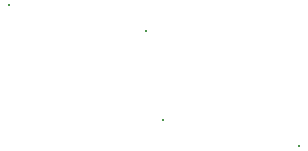
<source format=gbr>
%TF.GenerationSoftware,KiCad,Pcbnew,(7.0.0-0)*%
%TF.CreationDate,2023-02-20T17:02:05+08:00*%
%TF.ProjectId,test,74657374-2e6b-4696-9361-645f70636258,v1.0.0*%
%TF.SameCoordinates,Original*%
%TF.FileFunction,Plated,1,2,PTH,Drill*%
%TF.FilePolarity,Positive*%
%FSLAX46Y46*%
G04 Gerber Fmt 4.6, Leading zero omitted, Abs format (unit mm)*
G04 Created by KiCad (PCBNEW (7.0.0-0)) date 2023-02-20 17:02:05*
%MOMM*%
%LPD*%
G01*
G04 APERTURE LIST*
%TA.AperFunction,ComponentDrill*%
%ADD10C,0.300000*%
%TD*%
G04 APERTURE END LIST*
D10*
%TO.C,S1*%
X-3275000Y22950000D03*
X8275000Y20750000D03*
%TO.C,S2*%
X9725000Y13250000D03*
X21275000Y11050000D03*
M02*

</source>
